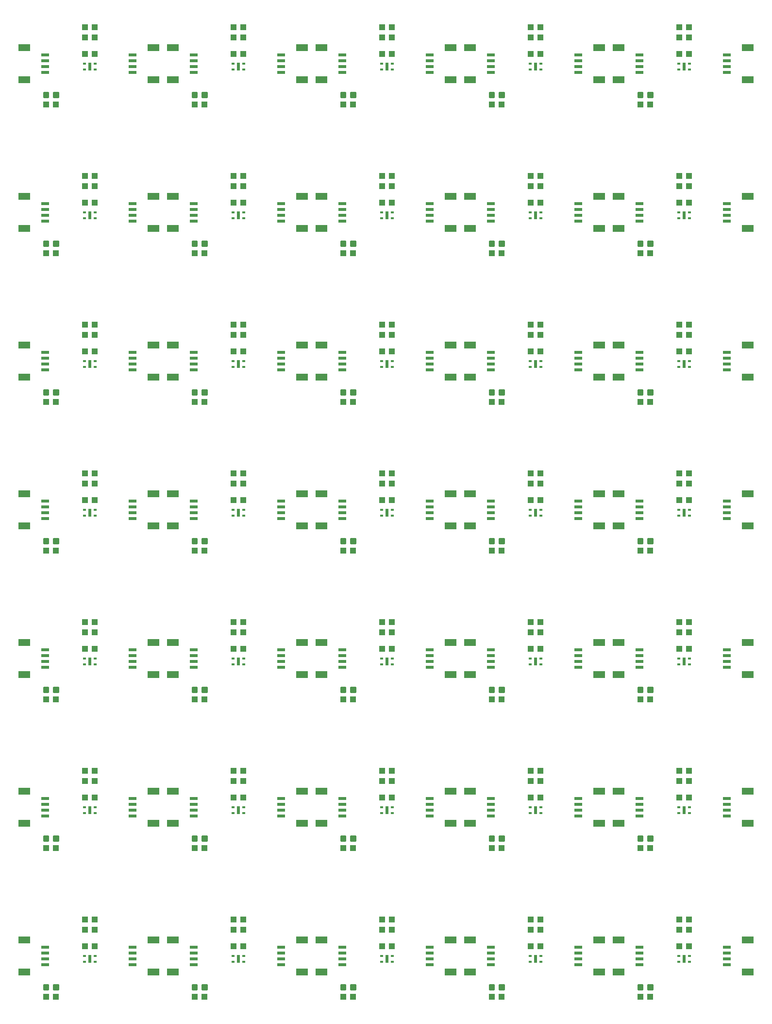
<source format=gtp>
G04 EAGLE Gerber RS-274X export*
G75*
%MOMM*%
%FSLAX34Y34*%
%LPD*%
%INSolderpaste Top*%
%IPPOS*%
%AMOC8*
5,1,8,0,0,1.08239X$1,22.5*%
G01*
%ADD10R,2.000000X1.200000*%
%ADD11R,1.350000X0.600000*%
%ADD12R,1.100000X1.000000*%
%ADD13C,0.300000*%
%ADD14R,0.500000X1.400000*%
%ADD15R,0.550000X0.350000*%


D10*
X14050Y155000D03*
X14050Y99000D03*
D11*
X50800Y142000D03*
X50800Y132000D03*
X50800Y122000D03*
X50800Y112000D03*
D10*
X239950Y99000D03*
X239950Y155000D03*
D11*
X203200Y112000D03*
X203200Y122000D03*
X203200Y132000D03*
X203200Y142000D03*
D12*
X52460Y55880D03*
X69460Y55880D03*
D13*
X66230Y68890D02*
X66230Y75890D01*
X73230Y75890D01*
X73230Y68890D01*
X66230Y68890D01*
X66230Y71740D02*
X73230Y71740D01*
X73230Y74590D02*
X66230Y74590D01*
X48690Y75890D02*
X48690Y68890D01*
X48690Y75890D02*
X55690Y75890D01*
X55690Y68890D01*
X48690Y68890D01*
X48690Y71740D02*
X55690Y71740D01*
X55690Y74590D02*
X48690Y74590D01*
D14*
X128270Y121920D03*
D15*
X119020Y126920D03*
X119020Y116920D03*
X137520Y116920D03*
X137520Y126920D03*
D12*
X136770Y172720D03*
X119770Y172720D03*
X136770Y190500D03*
X119770Y190500D03*
X119770Y143510D03*
X136770Y143510D03*
D10*
X273130Y155000D03*
X273130Y99000D03*
D11*
X309880Y142000D03*
X309880Y132000D03*
X309880Y122000D03*
X309880Y112000D03*
D10*
X499030Y99000D03*
X499030Y155000D03*
D11*
X462280Y112000D03*
X462280Y122000D03*
X462280Y132000D03*
X462280Y142000D03*
D12*
X311540Y55880D03*
X328540Y55880D03*
D13*
X325310Y68890D02*
X325310Y75890D01*
X332310Y75890D01*
X332310Y68890D01*
X325310Y68890D01*
X325310Y71740D02*
X332310Y71740D01*
X332310Y74590D02*
X325310Y74590D01*
X307770Y75890D02*
X307770Y68890D01*
X307770Y75890D02*
X314770Y75890D01*
X314770Y68890D01*
X307770Y68890D01*
X307770Y71740D02*
X314770Y71740D01*
X314770Y74590D02*
X307770Y74590D01*
D14*
X387350Y121920D03*
D15*
X378100Y126920D03*
X378100Y116920D03*
X396600Y116920D03*
X396600Y126920D03*
D12*
X395850Y172720D03*
X378850Y172720D03*
X395850Y190500D03*
X378850Y190500D03*
X378850Y143510D03*
X395850Y143510D03*
D10*
X532210Y155000D03*
X532210Y99000D03*
D11*
X568960Y142000D03*
X568960Y132000D03*
X568960Y122000D03*
X568960Y112000D03*
D10*
X758110Y99000D03*
X758110Y155000D03*
D11*
X721360Y112000D03*
X721360Y122000D03*
X721360Y132000D03*
X721360Y142000D03*
D12*
X570620Y55880D03*
X587620Y55880D03*
D13*
X584390Y68890D02*
X584390Y75890D01*
X591390Y75890D01*
X591390Y68890D01*
X584390Y68890D01*
X584390Y71740D02*
X591390Y71740D01*
X591390Y74590D02*
X584390Y74590D01*
X566850Y75890D02*
X566850Y68890D01*
X566850Y75890D02*
X573850Y75890D01*
X573850Y68890D01*
X566850Y68890D01*
X566850Y71740D02*
X573850Y71740D01*
X573850Y74590D02*
X566850Y74590D01*
D14*
X646430Y121920D03*
D15*
X637180Y126920D03*
X637180Y116920D03*
X655680Y116920D03*
X655680Y126920D03*
D12*
X654930Y172720D03*
X637930Y172720D03*
X654930Y190500D03*
X637930Y190500D03*
X637930Y143510D03*
X654930Y143510D03*
D10*
X791290Y155000D03*
X791290Y99000D03*
D11*
X828040Y142000D03*
X828040Y132000D03*
X828040Y122000D03*
X828040Y112000D03*
D10*
X1017190Y99000D03*
X1017190Y155000D03*
D11*
X980440Y112000D03*
X980440Y122000D03*
X980440Y132000D03*
X980440Y142000D03*
D12*
X829700Y55880D03*
X846700Y55880D03*
D13*
X843470Y68890D02*
X843470Y75890D01*
X850470Y75890D01*
X850470Y68890D01*
X843470Y68890D01*
X843470Y71740D02*
X850470Y71740D01*
X850470Y74590D02*
X843470Y74590D01*
X825930Y75890D02*
X825930Y68890D01*
X825930Y75890D02*
X832930Y75890D01*
X832930Y68890D01*
X825930Y68890D01*
X825930Y71740D02*
X832930Y71740D01*
X832930Y74590D02*
X825930Y74590D01*
D14*
X905510Y121920D03*
D15*
X896260Y126920D03*
X896260Y116920D03*
X914760Y116920D03*
X914760Y126920D03*
D12*
X914010Y172720D03*
X897010Y172720D03*
X914010Y190500D03*
X897010Y190500D03*
X897010Y143510D03*
X914010Y143510D03*
D10*
X1050370Y155000D03*
X1050370Y99000D03*
D11*
X1087120Y142000D03*
X1087120Y132000D03*
X1087120Y122000D03*
X1087120Y112000D03*
D10*
X1276270Y99000D03*
X1276270Y155000D03*
D11*
X1239520Y112000D03*
X1239520Y122000D03*
X1239520Y132000D03*
X1239520Y142000D03*
D12*
X1088780Y55880D03*
X1105780Y55880D03*
D13*
X1102550Y68890D02*
X1102550Y75890D01*
X1109550Y75890D01*
X1109550Y68890D01*
X1102550Y68890D01*
X1102550Y71740D02*
X1109550Y71740D01*
X1109550Y74590D02*
X1102550Y74590D01*
X1085010Y75890D02*
X1085010Y68890D01*
X1085010Y75890D02*
X1092010Y75890D01*
X1092010Y68890D01*
X1085010Y68890D01*
X1085010Y71740D02*
X1092010Y71740D01*
X1092010Y74590D02*
X1085010Y74590D01*
D14*
X1164590Y121920D03*
D15*
X1155340Y126920D03*
X1155340Y116920D03*
X1173840Y116920D03*
X1173840Y126920D03*
D12*
X1173090Y172720D03*
X1156090Y172720D03*
X1173090Y190500D03*
X1156090Y190500D03*
X1156090Y143510D03*
X1173090Y143510D03*
D10*
X14050Y414080D03*
X14050Y358080D03*
D11*
X50800Y401080D03*
X50800Y391080D03*
X50800Y381080D03*
X50800Y371080D03*
D10*
X239950Y358080D03*
X239950Y414080D03*
D11*
X203200Y371080D03*
X203200Y381080D03*
X203200Y391080D03*
X203200Y401080D03*
D12*
X52460Y314960D03*
X69460Y314960D03*
D13*
X66230Y327970D02*
X66230Y334970D01*
X73230Y334970D01*
X73230Y327970D01*
X66230Y327970D01*
X66230Y330820D02*
X73230Y330820D01*
X73230Y333670D02*
X66230Y333670D01*
X48690Y334970D02*
X48690Y327970D01*
X48690Y334970D02*
X55690Y334970D01*
X55690Y327970D01*
X48690Y327970D01*
X48690Y330820D02*
X55690Y330820D01*
X55690Y333670D02*
X48690Y333670D01*
D14*
X128270Y381000D03*
D15*
X119020Y386000D03*
X119020Y376000D03*
X137520Y376000D03*
X137520Y386000D03*
D12*
X136770Y431800D03*
X119770Y431800D03*
X136770Y449580D03*
X119770Y449580D03*
X119770Y402590D03*
X136770Y402590D03*
D10*
X273130Y414080D03*
X273130Y358080D03*
D11*
X309880Y401080D03*
X309880Y391080D03*
X309880Y381080D03*
X309880Y371080D03*
D10*
X499030Y358080D03*
X499030Y414080D03*
D11*
X462280Y371080D03*
X462280Y381080D03*
X462280Y391080D03*
X462280Y401080D03*
D12*
X311540Y314960D03*
X328540Y314960D03*
D13*
X325310Y327970D02*
X325310Y334970D01*
X332310Y334970D01*
X332310Y327970D01*
X325310Y327970D01*
X325310Y330820D02*
X332310Y330820D01*
X332310Y333670D02*
X325310Y333670D01*
X307770Y334970D02*
X307770Y327970D01*
X307770Y334970D02*
X314770Y334970D01*
X314770Y327970D01*
X307770Y327970D01*
X307770Y330820D02*
X314770Y330820D01*
X314770Y333670D02*
X307770Y333670D01*
D14*
X387350Y381000D03*
D15*
X378100Y386000D03*
X378100Y376000D03*
X396600Y376000D03*
X396600Y386000D03*
D12*
X395850Y431800D03*
X378850Y431800D03*
X395850Y449580D03*
X378850Y449580D03*
X378850Y402590D03*
X395850Y402590D03*
D10*
X532210Y414080D03*
X532210Y358080D03*
D11*
X568960Y401080D03*
X568960Y391080D03*
X568960Y381080D03*
X568960Y371080D03*
D10*
X758110Y358080D03*
X758110Y414080D03*
D11*
X721360Y371080D03*
X721360Y381080D03*
X721360Y391080D03*
X721360Y401080D03*
D12*
X570620Y314960D03*
X587620Y314960D03*
D13*
X584390Y327970D02*
X584390Y334970D01*
X591390Y334970D01*
X591390Y327970D01*
X584390Y327970D01*
X584390Y330820D02*
X591390Y330820D01*
X591390Y333670D02*
X584390Y333670D01*
X566850Y334970D02*
X566850Y327970D01*
X566850Y334970D02*
X573850Y334970D01*
X573850Y327970D01*
X566850Y327970D01*
X566850Y330820D02*
X573850Y330820D01*
X573850Y333670D02*
X566850Y333670D01*
D14*
X646430Y381000D03*
D15*
X637180Y386000D03*
X637180Y376000D03*
X655680Y376000D03*
X655680Y386000D03*
D12*
X654930Y431800D03*
X637930Y431800D03*
X654930Y449580D03*
X637930Y449580D03*
X637930Y402590D03*
X654930Y402590D03*
D10*
X791290Y414080D03*
X791290Y358080D03*
D11*
X828040Y401080D03*
X828040Y391080D03*
X828040Y381080D03*
X828040Y371080D03*
D10*
X1017190Y358080D03*
X1017190Y414080D03*
D11*
X980440Y371080D03*
X980440Y381080D03*
X980440Y391080D03*
X980440Y401080D03*
D12*
X829700Y314960D03*
X846700Y314960D03*
D13*
X843470Y327970D02*
X843470Y334970D01*
X850470Y334970D01*
X850470Y327970D01*
X843470Y327970D01*
X843470Y330820D02*
X850470Y330820D01*
X850470Y333670D02*
X843470Y333670D01*
X825930Y334970D02*
X825930Y327970D01*
X825930Y334970D02*
X832930Y334970D01*
X832930Y327970D01*
X825930Y327970D01*
X825930Y330820D02*
X832930Y330820D01*
X832930Y333670D02*
X825930Y333670D01*
D14*
X905510Y381000D03*
D15*
X896260Y386000D03*
X896260Y376000D03*
X914760Y376000D03*
X914760Y386000D03*
D12*
X914010Y431800D03*
X897010Y431800D03*
X914010Y449580D03*
X897010Y449580D03*
X897010Y402590D03*
X914010Y402590D03*
D10*
X1050370Y414080D03*
X1050370Y358080D03*
D11*
X1087120Y401080D03*
X1087120Y391080D03*
X1087120Y381080D03*
X1087120Y371080D03*
D10*
X1276270Y358080D03*
X1276270Y414080D03*
D11*
X1239520Y371080D03*
X1239520Y381080D03*
X1239520Y391080D03*
X1239520Y401080D03*
D12*
X1088780Y314960D03*
X1105780Y314960D03*
D13*
X1102550Y327970D02*
X1102550Y334970D01*
X1109550Y334970D01*
X1109550Y327970D01*
X1102550Y327970D01*
X1102550Y330820D02*
X1109550Y330820D01*
X1109550Y333670D02*
X1102550Y333670D01*
X1085010Y334970D02*
X1085010Y327970D01*
X1085010Y334970D02*
X1092010Y334970D01*
X1092010Y327970D01*
X1085010Y327970D01*
X1085010Y330820D02*
X1092010Y330820D01*
X1092010Y333670D02*
X1085010Y333670D01*
D14*
X1164590Y381000D03*
D15*
X1155340Y386000D03*
X1155340Y376000D03*
X1173840Y376000D03*
X1173840Y386000D03*
D12*
X1173090Y431800D03*
X1156090Y431800D03*
X1173090Y449580D03*
X1156090Y449580D03*
X1156090Y402590D03*
X1173090Y402590D03*
D10*
X14050Y673160D03*
X14050Y617160D03*
D11*
X50800Y660160D03*
X50800Y650160D03*
X50800Y640160D03*
X50800Y630160D03*
D10*
X239950Y617160D03*
X239950Y673160D03*
D11*
X203200Y630160D03*
X203200Y640160D03*
X203200Y650160D03*
X203200Y660160D03*
D12*
X52460Y574040D03*
X69460Y574040D03*
D13*
X66230Y587050D02*
X66230Y594050D01*
X73230Y594050D01*
X73230Y587050D01*
X66230Y587050D01*
X66230Y589900D02*
X73230Y589900D01*
X73230Y592750D02*
X66230Y592750D01*
X48690Y594050D02*
X48690Y587050D01*
X48690Y594050D02*
X55690Y594050D01*
X55690Y587050D01*
X48690Y587050D01*
X48690Y589900D02*
X55690Y589900D01*
X55690Y592750D02*
X48690Y592750D01*
D14*
X128270Y640080D03*
D15*
X119020Y645080D03*
X119020Y635080D03*
X137520Y635080D03*
X137520Y645080D03*
D12*
X136770Y690880D03*
X119770Y690880D03*
X136770Y708660D03*
X119770Y708660D03*
X119770Y661670D03*
X136770Y661670D03*
D10*
X273130Y673160D03*
X273130Y617160D03*
D11*
X309880Y660160D03*
X309880Y650160D03*
X309880Y640160D03*
X309880Y630160D03*
D10*
X499030Y617160D03*
X499030Y673160D03*
D11*
X462280Y630160D03*
X462280Y640160D03*
X462280Y650160D03*
X462280Y660160D03*
D12*
X311540Y574040D03*
X328540Y574040D03*
D13*
X325310Y587050D02*
X325310Y594050D01*
X332310Y594050D01*
X332310Y587050D01*
X325310Y587050D01*
X325310Y589900D02*
X332310Y589900D01*
X332310Y592750D02*
X325310Y592750D01*
X307770Y594050D02*
X307770Y587050D01*
X307770Y594050D02*
X314770Y594050D01*
X314770Y587050D01*
X307770Y587050D01*
X307770Y589900D02*
X314770Y589900D01*
X314770Y592750D02*
X307770Y592750D01*
D14*
X387350Y640080D03*
D15*
X378100Y645080D03*
X378100Y635080D03*
X396600Y635080D03*
X396600Y645080D03*
D12*
X395850Y690880D03*
X378850Y690880D03*
X395850Y708660D03*
X378850Y708660D03*
X378850Y661670D03*
X395850Y661670D03*
D10*
X532210Y673160D03*
X532210Y617160D03*
D11*
X568960Y660160D03*
X568960Y650160D03*
X568960Y640160D03*
X568960Y630160D03*
D10*
X758110Y617160D03*
X758110Y673160D03*
D11*
X721360Y630160D03*
X721360Y640160D03*
X721360Y650160D03*
X721360Y660160D03*
D12*
X570620Y574040D03*
X587620Y574040D03*
D13*
X584390Y587050D02*
X584390Y594050D01*
X591390Y594050D01*
X591390Y587050D01*
X584390Y587050D01*
X584390Y589900D02*
X591390Y589900D01*
X591390Y592750D02*
X584390Y592750D01*
X566850Y594050D02*
X566850Y587050D01*
X566850Y594050D02*
X573850Y594050D01*
X573850Y587050D01*
X566850Y587050D01*
X566850Y589900D02*
X573850Y589900D01*
X573850Y592750D02*
X566850Y592750D01*
D14*
X646430Y640080D03*
D15*
X637180Y645080D03*
X637180Y635080D03*
X655680Y635080D03*
X655680Y645080D03*
D12*
X654930Y690880D03*
X637930Y690880D03*
X654930Y708660D03*
X637930Y708660D03*
X637930Y661670D03*
X654930Y661670D03*
D10*
X791290Y673160D03*
X791290Y617160D03*
D11*
X828040Y660160D03*
X828040Y650160D03*
X828040Y640160D03*
X828040Y630160D03*
D10*
X1017190Y617160D03*
X1017190Y673160D03*
D11*
X980440Y630160D03*
X980440Y640160D03*
X980440Y650160D03*
X980440Y660160D03*
D12*
X829700Y574040D03*
X846700Y574040D03*
D13*
X843470Y587050D02*
X843470Y594050D01*
X850470Y594050D01*
X850470Y587050D01*
X843470Y587050D01*
X843470Y589900D02*
X850470Y589900D01*
X850470Y592750D02*
X843470Y592750D01*
X825930Y594050D02*
X825930Y587050D01*
X825930Y594050D02*
X832930Y594050D01*
X832930Y587050D01*
X825930Y587050D01*
X825930Y589900D02*
X832930Y589900D01*
X832930Y592750D02*
X825930Y592750D01*
D14*
X905510Y640080D03*
D15*
X896260Y645080D03*
X896260Y635080D03*
X914760Y635080D03*
X914760Y645080D03*
D12*
X914010Y690880D03*
X897010Y690880D03*
X914010Y708660D03*
X897010Y708660D03*
X897010Y661670D03*
X914010Y661670D03*
D10*
X1050370Y673160D03*
X1050370Y617160D03*
D11*
X1087120Y660160D03*
X1087120Y650160D03*
X1087120Y640160D03*
X1087120Y630160D03*
D10*
X1276270Y617160D03*
X1276270Y673160D03*
D11*
X1239520Y630160D03*
X1239520Y640160D03*
X1239520Y650160D03*
X1239520Y660160D03*
D12*
X1088780Y574040D03*
X1105780Y574040D03*
D13*
X1102550Y587050D02*
X1102550Y594050D01*
X1109550Y594050D01*
X1109550Y587050D01*
X1102550Y587050D01*
X1102550Y589900D02*
X1109550Y589900D01*
X1109550Y592750D02*
X1102550Y592750D01*
X1085010Y594050D02*
X1085010Y587050D01*
X1085010Y594050D02*
X1092010Y594050D01*
X1092010Y587050D01*
X1085010Y587050D01*
X1085010Y589900D02*
X1092010Y589900D01*
X1092010Y592750D02*
X1085010Y592750D01*
D14*
X1164590Y640080D03*
D15*
X1155340Y645080D03*
X1155340Y635080D03*
X1173840Y635080D03*
X1173840Y645080D03*
D12*
X1173090Y690880D03*
X1156090Y690880D03*
X1173090Y708660D03*
X1156090Y708660D03*
X1156090Y661670D03*
X1173090Y661670D03*
D10*
X14050Y932240D03*
X14050Y876240D03*
D11*
X50800Y919240D03*
X50800Y909240D03*
X50800Y899240D03*
X50800Y889240D03*
D10*
X239950Y876240D03*
X239950Y932240D03*
D11*
X203200Y889240D03*
X203200Y899240D03*
X203200Y909240D03*
X203200Y919240D03*
D12*
X52460Y833120D03*
X69460Y833120D03*
D13*
X66230Y846130D02*
X66230Y853130D01*
X73230Y853130D01*
X73230Y846130D01*
X66230Y846130D01*
X66230Y848980D02*
X73230Y848980D01*
X73230Y851830D02*
X66230Y851830D01*
X48690Y853130D02*
X48690Y846130D01*
X48690Y853130D02*
X55690Y853130D01*
X55690Y846130D01*
X48690Y846130D01*
X48690Y848980D02*
X55690Y848980D01*
X55690Y851830D02*
X48690Y851830D01*
D14*
X128270Y899160D03*
D15*
X119020Y904160D03*
X119020Y894160D03*
X137520Y894160D03*
X137520Y904160D03*
D12*
X136770Y949960D03*
X119770Y949960D03*
X136770Y967740D03*
X119770Y967740D03*
X119770Y920750D03*
X136770Y920750D03*
D10*
X273130Y932240D03*
X273130Y876240D03*
D11*
X309880Y919240D03*
X309880Y909240D03*
X309880Y899240D03*
X309880Y889240D03*
D10*
X499030Y876240D03*
X499030Y932240D03*
D11*
X462280Y889240D03*
X462280Y899240D03*
X462280Y909240D03*
X462280Y919240D03*
D12*
X311540Y833120D03*
X328540Y833120D03*
D13*
X325310Y846130D02*
X325310Y853130D01*
X332310Y853130D01*
X332310Y846130D01*
X325310Y846130D01*
X325310Y848980D02*
X332310Y848980D01*
X332310Y851830D02*
X325310Y851830D01*
X307770Y853130D02*
X307770Y846130D01*
X307770Y853130D02*
X314770Y853130D01*
X314770Y846130D01*
X307770Y846130D01*
X307770Y848980D02*
X314770Y848980D01*
X314770Y851830D02*
X307770Y851830D01*
D14*
X387350Y899160D03*
D15*
X378100Y904160D03*
X378100Y894160D03*
X396600Y894160D03*
X396600Y904160D03*
D12*
X395850Y949960D03*
X378850Y949960D03*
X395850Y967740D03*
X378850Y967740D03*
X378850Y920750D03*
X395850Y920750D03*
D10*
X532210Y932240D03*
X532210Y876240D03*
D11*
X568960Y919240D03*
X568960Y909240D03*
X568960Y899240D03*
X568960Y889240D03*
D10*
X758110Y876240D03*
X758110Y932240D03*
D11*
X721360Y889240D03*
X721360Y899240D03*
X721360Y909240D03*
X721360Y919240D03*
D12*
X570620Y833120D03*
X587620Y833120D03*
D13*
X584390Y846130D02*
X584390Y853130D01*
X591390Y853130D01*
X591390Y846130D01*
X584390Y846130D01*
X584390Y848980D02*
X591390Y848980D01*
X591390Y851830D02*
X584390Y851830D01*
X566850Y853130D02*
X566850Y846130D01*
X566850Y853130D02*
X573850Y853130D01*
X573850Y846130D01*
X566850Y846130D01*
X566850Y848980D02*
X573850Y848980D01*
X573850Y851830D02*
X566850Y851830D01*
D14*
X646430Y899160D03*
D15*
X637180Y904160D03*
X637180Y894160D03*
X655680Y894160D03*
X655680Y904160D03*
D12*
X654930Y949960D03*
X637930Y949960D03*
X654930Y967740D03*
X637930Y967740D03*
X637930Y920750D03*
X654930Y920750D03*
D10*
X791290Y932240D03*
X791290Y876240D03*
D11*
X828040Y919240D03*
X828040Y909240D03*
X828040Y899240D03*
X828040Y889240D03*
D10*
X1017190Y876240D03*
X1017190Y932240D03*
D11*
X980440Y889240D03*
X980440Y899240D03*
X980440Y909240D03*
X980440Y919240D03*
D12*
X829700Y833120D03*
X846700Y833120D03*
D13*
X843470Y846130D02*
X843470Y853130D01*
X850470Y853130D01*
X850470Y846130D01*
X843470Y846130D01*
X843470Y848980D02*
X850470Y848980D01*
X850470Y851830D02*
X843470Y851830D01*
X825930Y853130D02*
X825930Y846130D01*
X825930Y853130D02*
X832930Y853130D01*
X832930Y846130D01*
X825930Y846130D01*
X825930Y848980D02*
X832930Y848980D01*
X832930Y851830D02*
X825930Y851830D01*
D14*
X905510Y899160D03*
D15*
X896260Y904160D03*
X896260Y894160D03*
X914760Y894160D03*
X914760Y904160D03*
D12*
X914010Y949960D03*
X897010Y949960D03*
X914010Y967740D03*
X897010Y967740D03*
X897010Y920750D03*
X914010Y920750D03*
D10*
X1050370Y932240D03*
X1050370Y876240D03*
D11*
X1087120Y919240D03*
X1087120Y909240D03*
X1087120Y899240D03*
X1087120Y889240D03*
D10*
X1276270Y876240D03*
X1276270Y932240D03*
D11*
X1239520Y889240D03*
X1239520Y899240D03*
X1239520Y909240D03*
X1239520Y919240D03*
D12*
X1088780Y833120D03*
X1105780Y833120D03*
D13*
X1102550Y846130D02*
X1102550Y853130D01*
X1109550Y853130D01*
X1109550Y846130D01*
X1102550Y846130D01*
X1102550Y848980D02*
X1109550Y848980D01*
X1109550Y851830D02*
X1102550Y851830D01*
X1085010Y853130D02*
X1085010Y846130D01*
X1085010Y853130D02*
X1092010Y853130D01*
X1092010Y846130D01*
X1085010Y846130D01*
X1085010Y848980D02*
X1092010Y848980D01*
X1092010Y851830D02*
X1085010Y851830D01*
D14*
X1164590Y899160D03*
D15*
X1155340Y904160D03*
X1155340Y894160D03*
X1173840Y894160D03*
X1173840Y904160D03*
D12*
X1173090Y949960D03*
X1156090Y949960D03*
X1173090Y967740D03*
X1156090Y967740D03*
X1156090Y920750D03*
X1173090Y920750D03*
D10*
X14050Y1191320D03*
X14050Y1135320D03*
D11*
X50800Y1178320D03*
X50800Y1168320D03*
X50800Y1158320D03*
X50800Y1148320D03*
D10*
X239950Y1135320D03*
X239950Y1191320D03*
D11*
X203200Y1148320D03*
X203200Y1158320D03*
X203200Y1168320D03*
X203200Y1178320D03*
D12*
X52460Y1092200D03*
X69460Y1092200D03*
D13*
X66230Y1105210D02*
X66230Y1112210D01*
X73230Y1112210D01*
X73230Y1105210D01*
X66230Y1105210D01*
X66230Y1108060D02*
X73230Y1108060D01*
X73230Y1110910D02*
X66230Y1110910D01*
X48690Y1112210D02*
X48690Y1105210D01*
X48690Y1112210D02*
X55690Y1112210D01*
X55690Y1105210D01*
X48690Y1105210D01*
X48690Y1108060D02*
X55690Y1108060D01*
X55690Y1110910D02*
X48690Y1110910D01*
D14*
X128270Y1158240D03*
D15*
X119020Y1163240D03*
X119020Y1153240D03*
X137520Y1153240D03*
X137520Y1163240D03*
D12*
X136770Y1209040D03*
X119770Y1209040D03*
X136770Y1226820D03*
X119770Y1226820D03*
X119770Y1179830D03*
X136770Y1179830D03*
D10*
X273130Y1191320D03*
X273130Y1135320D03*
D11*
X309880Y1178320D03*
X309880Y1168320D03*
X309880Y1158320D03*
X309880Y1148320D03*
D10*
X499030Y1135320D03*
X499030Y1191320D03*
D11*
X462280Y1148320D03*
X462280Y1158320D03*
X462280Y1168320D03*
X462280Y1178320D03*
D12*
X311540Y1092200D03*
X328540Y1092200D03*
D13*
X325310Y1105210D02*
X325310Y1112210D01*
X332310Y1112210D01*
X332310Y1105210D01*
X325310Y1105210D01*
X325310Y1108060D02*
X332310Y1108060D01*
X332310Y1110910D02*
X325310Y1110910D01*
X307770Y1112210D02*
X307770Y1105210D01*
X307770Y1112210D02*
X314770Y1112210D01*
X314770Y1105210D01*
X307770Y1105210D01*
X307770Y1108060D02*
X314770Y1108060D01*
X314770Y1110910D02*
X307770Y1110910D01*
D14*
X387350Y1158240D03*
D15*
X378100Y1163240D03*
X378100Y1153240D03*
X396600Y1153240D03*
X396600Y1163240D03*
D12*
X395850Y1209040D03*
X378850Y1209040D03*
X395850Y1226820D03*
X378850Y1226820D03*
X378850Y1179830D03*
X395850Y1179830D03*
D10*
X532210Y1191320D03*
X532210Y1135320D03*
D11*
X568960Y1178320D03*
X568960Y1168320D03*
X568960Y1158320D03*
X568960Y1148320D03*
D10*
X758110Y1135320D03*
X758110Y1191320D03*
D11*
X721360Y1148320D03*
X721360Y1158320D03*
X721360Y1168320D03*
X721360Y1178320D03*
D12*
X570620Y1092200D03*
X587620Y1092200D03*
D13*
X584390Y1105210D02*
X584390Y1112210D01*
X591390Y1112210D01*
X591390Y1105210D01*
X584390Y1105210D01*
X584390Y1108060D02*
X591390Y1108060D01*
X591390Y1110910D02*
X584390Y1110910D01*
X566850Y1112210D02*
X566850Y1105210D01*
X566850Y1112210D02*
X573850Y1112210D01*
X573850Y1105210D01*
X566850Y1105210D01*
X566850Y1108060D02*
X573850Y1108060D01*
X573850Y1110910D02*
X566850Y1110910D01*
D14*
X646430Y1158240D03*
D15*
X637180Y1163240D03*
X637180Y1153240D03*
X655680Y1153240D03*
X655680Y1163240D03*
D12*
X654930Y1209040D03*
X637930Y1209040D03*
X654930Y1226820D03*
X637930Y1226820D03*
X637930Y1179830D03*
X654930Y1179830D03*
D10*
X791290Y1191320D03*
X791290Y1135320D03*
D11*
X828040Y1178320D03*
X828040Y1168320D03*
X828040Y1158320D03*
X828040Y1148320D03*
D10*
X1017190Y1135320D03*
X1017190Y1191320D03*
D11*
X980440Y1148320D03*
X980440Y1158320D03*
X980440Y1168320D03*
X980440Y1178320D03*
D12*
X829700Y1092200D03*
X846700Y1092200D03*
D13*
X843470Y1105210D02*
X843470Y1112210D01*
X850470Y1112210D01*
X850470Y1105210D01*
X843470Y1105210D01*
X843470Y1108060D02*
X850470Y1108060D01*
X850470Y1110910D02*
X843470Y1110910D01*
X825930Y1112210D02*
X825930Y1105210D01*
X825930Y1112210D02*
X832930Y1112210D01*
X832930Y1105210D01*
X825930Y1105210D01*
X825930Y1108060D02*
X832930Y1108060D01*
X832930Y1110910D02*
X825930Y1110910D01*
D14*
X905510Y1158240D03*
D15*
X896260Y1163240D03*
X896260Y1153240D03*
X914760Y1153240D03*
X914760Y1163240D03*
D12*
X914010Y1209040D03*
X897010Y1209040D03*
X914010Y1226820D03*
X897010Y1226820D03*
X897010Y1179830D03*
X914010Y1179830D03*
D10*
X1050370Y1191320D03*
X1050370Y1135320D03*
D11*
X1087120Y1178320D03*
X1087120Y1168320D03*
X1087120Y1158320D03*
X1087120Y1148320D03*
D10*
X1276270Y1135320D03*
X1276270Y1191320D03*
D11*
X1239520Y1148320D03*
X1239520Y1158320D03*
X1239520Y1168320D03*
X1239520Y1178320D03*
D12*
X1088780Y1092200D03*
X1105780Y1092200D03*
D13*
X1102550Y1105210D02*
X1102550Y1112210D01*
X1109550Y1112210D01*
X1109550Y1105210D01*
X1102550Y1105210D01*
X1102550Y1108060D02*
X1109550Y1108060D01*
X1109550Y1110910D02*
X1102550Y1110910D01*
X1085010Y1112210D02*
X1085010Y1105210D01*
X1085010Y1112210D02*
X1092010Y1112210D01*
X1092010Y1105210D01*
X1085010Y1105210D01*
X1085010Y1108060D02*
X1092010Y1108060D01*
X1092010Y1110910D02*
X1085010Y1110910D01*
D14*
X1164590Y1158240D03*
D15*
X1155340Y1163240D03*
X1155340Y1153240D03*
X1173840Y1153240D03*
X1173840Y1163240D03*
D12*
X1173090Y1209040D03*
X1156090Y1209040D03*
X1173090Y1226820D03*
X1156090Y1226820D03*
X1156090Y1179830D03*
X1173090Y1179830D03*
D10*
X14050Y1450400D03*
X14050Y1394400D03*
D11*
X50800Y1437400D03*
X50800Y1427400D03*
X50800Y1417400D03*
X50800Y1407400D03*
D10*
X239950Y1394400D03*
X239950Y1450400D03*
D11*
X203200Y1407400D03*
X203200Y1417400D03*
X203200Y1427400D03*
X203200Y1437400D03*
D12*
X52460Y1351280D03*
X69460Y1351280D03*
D13*
X66230Y1364290D02*
X66230Y1371290D01*
X73230Y1371290D01*
X73230Y1364290D01*
X66230Y1364290D01*
X66230Y1367140D02*
X73230Y1367140D01*
X73230Y1369990D02*
X66230Y1369990D01*
X48690Y1371290D02*
X48690Y1364290D01*
X48690Y1371290D02*
X55690Y1371290D01*
X55690Y1364290D01*
X48690Y1364290D01*
X48690Y1367140D02*
X55690Y1367140D01*
X55690Y1369990D02*
X48690Y1369990D01*
D14*
X128270Y1417320D03*
D15*
X119020Y1422320D03*
X119020Y1412320D03*
X137520Y1412320D03*
X137520Y1422320D03*
D12*
X136770Y1468120D03*
X119770Y1468120D03*
X136770Y1485900D03*
X119770Y1485900D03*
X119770Y1438910D03*
X136770Y1438910D03*
D10*
X273130Y1450400D03*
X273130Y1394400D03*
D11*
X309880Y1437400D03*
X309880Y1427400D03*
X309880Y1417400D03*
X309880Y1407400D03*
D10*
X499030Y1394400D03*
X499030Y1450400D03*
D11*
X462280Y1407400D03*
X462280Y1417400D03*
X462280Y1427400D03*
X462280Y1437400D03*
D12*
X311540Y1351280D03*
X328540Y1351280D03*
D13*
X325310Y1364290D02*
X325310Y1371290D01*
X332310Y1371290D01*
X332310Y1364290D01*
X325310Y1364290D01*
X325310Y1367140D02*
X332310Y1367140D01*
X332310Y1369990D02*
X325310Y1369990D01*
X307770Y1371290D02*
X307770Y1364290D01*
X307770Y1371290D02*
X314770Y1371290D01*
X314770Y1364290D01*
X307770Y1364290D01*
X307770Y1367140D02*
X314770Y1367140D01*
X314770Y1369990D02*
X307770Y1369990D01*
D14*
X387350Y1417320D03*
D15*
X378100Y1422320D03*
X378100Y1412320D03*
X396600Y1412320D03*
X396600Y1422320D03*
D12*
X395850Y1468120D03*
X378850Y1468120D03*
X395850Y1485900D03*
X378850Y1485900D03*
X378850Y1438910D03*
X395850Y1438910D03*
D10*
X532210Y1450400D03*
X532210Y1394400D03*
D11*
X568960Y1437400D03*
X568960Y1427400D03*
X568960Y1417400D03*
X568960Y1407400D03*
D10*
X758110Y1394400D03*
X758110Y1450400D03*
D11*
X721360Y1407400D03*
X721360Y1417400D03*
X721360Y1427400D03*
X721360Y1437400D03*
D12*
X570620Y1351280D03*
X587620Y1351280D03*
D13*
X584390Y1364290D02*
X584390Y1371290D01*
X591390Y1371290D01*
X591390Y1364290D01*
X584390Y1364290D01*
X584390Y1367140D02*
X591390Y1367140D01*
X591390Y1369990D02*
X584390Y1369990D01*
X566850Y1371290D02*
X566850Y1364290D01*
X566850Y1371290D02*
X573850Y1371290D01*
X573850Y1364290D01*
X566850Y1364290D01*
X566850Y1367140D02*
X573850Y1367140D01*
X573850Y1369990D02*
X566850Y1369990D01*
D14*
X646430Y1417320D03*
D15*
X637180Y1422320D03*
X637180Y1412320D03*
X655680Y1412320D03*
X655680Y1422320D03*
D12*
X654930Y1468120D03*
X637930Y1468120D03*
X654930Y1485900D03*
X637930Y1485900D03*
X637930Y1438910D03*
X654930Y1438910D03*
D10*
X791290Y1450400D03*
X791290Y1394400D03*
D11*
X828040Y1437400D03*
X828040Y1427400D03*
X828040Y1417400D03*
X828040Y1407400D03*
D10*
X1017190Y1394400D03*
X1017190Y1450400D03*
D11*
X980440Y1407400D03*
X980440Y1417400D03*
X980440Y1427400D03*
X980440Y1437400D03*
D12*
X829700Y1351280D03*
X846700Y1351280D03*
D13*
X843470Y1364290D02*
X843470Y1371290D01*
X850470Y1371290D01*
X850470Y1364290D01*
X843470Y1364290D01*
X843470Y1367140D02*
X850470Y1367140D01*
X850470Y1369990D02*
X843470Y1369990D01*
X825930Y1371290D02*
X825930Y1364290D01*
X825930Y1371290D02*
X832930Y1371290D01*
X832930Y1364290D01*
X825930Y1364290D01*
X825930Y1367140D02*
X832930Y1367140D01*
X832930Y1369990D02*
X825930Y1369990D01*
D14*
X905510Y1417320D03*
D15*
X896260Y1422320D03*
X896260Y1412320D03*
X914760Y1412320D03*
X914760Y1422320D03*
D12*
X914010Y1468120D03*
X897010Y1468120D03*
X914010Y1485900D03*
X897010Y1485900D03*
X897010Y1438910D03*
X914010Y1438910D03*
D10*
X1050370Y1450400D03*
X1050370Y1394400D03*
D11*
X1087120Y1437400D03*
X1087120Y1427400D03*
X1087120Y1417400D03*
X1087120Y1407400D03*
D10*
X1276270Y1394400D03*
X1276270Y1450400D03*
D11*
X1239520Y1407400D03*
X1239520Y1417400D03*
X1239520Y1427400D03*
X1239520Y1437400D03*
D12*
X1088780Y1351280D03*
X1105780Y1351280D03*
D13*
X1102550Y1364290D02*
X1102550Y1371290D01*
X1109550Y1371290D01*
X1109550Y1364290D01*
X1102550Y1364290D01*
X1102550Y1367140D02*
X1109550Y1367140D01*
X1109550Y1369990D02*
X1102550Y1369990D01*
X1085010Y1371290D02*
X1085010Y1364290D01*
X1085010Y1371290D02*
X1092010Y1371290D01*
X1092010Y1364290D01*
X1085010Y1364290D01*
X1085010Y1367140D02*
X1092010Y1367140D01*
X1092010Y1369990D02*
X1085010Y1369990D01*
D14*
X1164590Y1417320D03*
D15*
X1155340Y1422320D03*
X1155340Y1412320D03*
X1173840Y1412320D03*
X1173840Y1422320D03*
D12*
X1173090Y1468120D03*
X1156090Y1468120D03*
X1173090Y1485900D03*
X1156090Y1485900D03*
X1156090Y1438910D03*
X1173090Y1438910D03*
D10*
X14050Y1709480D03*
X14050Y1653480D03*
D11*
X50800Y1696480D03*
X50800Y1686480D03*
X50800Y1676480D03*
X50800Y1666480D03*
D10*
X239950Y1653480D03*
X239950Y1709480D03*
D11*
X203200Y1666480D03*
X203200Y1676480D03*
X203200Y1686480D03*
X203200Y1696480D03*
D12*
X52460Y1610360D03*
X69460Y1610360D03*
D13*
X66230Y1623370D02*
X66230Y1630370D01*
X73230Y1630370D01*
X73230Y1623370D01*
X66230Y1623370D01*
X66230Y1626220D02*
X73230Y1626220D01*
X73230Y1629070D02*
X66230Y1629070D01*
X48690Y1630370D02*
X48690Y1623370D01*
X48690Y1630370D02*
X55690Y1630370D01*
X55690Y1623370D01*
X48690Y1623370D01*
X48690Y1626220D02*
X55690Y1626220D01*
X55690Y1629070D02*
X48690Y1629070D01*
D14*
X128270Y1676400D03*
D15*
X119020Y1681400D03*
X119020Y1671400D03*
X137520Y1671400D03*
X137520Y1681400D03*
D12*
X136770Y1727200D03*
X119770Y1727200D03*
X136770Y1744980D03*
X119770Y1744980D03*
X119770Y1697990D03*
X136770Y1697990D03*
D10*
X273130Y1709480D03*
X273130Y1653480D03*
D11*
X309880Y1696480D03*
X309880Y1686480D03*
X309880Y1676480D03*
X309880Y1666480D03*
D10*
X499030Y1653480D03*
X499030Y1709480D03*
D11*
X462280Y1666480D03*
X462280Y1676480D03*
X462280Y1686480D03*
X462280Y1696480D03*
D12*
X311540Y1610360D03*
X328540Y1610360D03*
D13*
X325310Y1623370D02*
X325310Y1630370D01*
X332310Y1630370D01*
X332310Y1623370D01*
X325310Y1623370D01*
X325310Y1626220D02*
X332310Y1626220D01*
X332310Y1629070D02*
X325310Y1629070D01*
X307770Y1630370D02*
X307770Y1623370D01*
X307770Y1630370D02*
X314770Y1630370D01*
X314770Y1623370D01*
X307770Y1623370D01*
X307770Y1626220D02*
X314770Y1626220D01*
X314770Y1629070D02*
X307770Y1629070D01*
D14*
X387350Y1676400D03*
D15*
X378100Y1681400D03*
X378100Y1671400D03*
X396600Y1671400D03*
X396600Y1681400D03*
D12*
X395850Y1727200D03*
X378850Y1727200D03*
X395850Y1744980D03*
X378850Y1744980D03*
X378850Y1697990D03*
X395850Y1697990D03*
D10*
X532210Y1709480D03*
X532210Y1653480D03*
D11*
X568960Y1696480D03*
X568960Y1686480D03*
X568960Y1676480D03*
X568960Y1666480D03*
D10*
X758110Y1653480D03*
X758110Y1709480D03*
D11*
X721360Y1666480D03*
X721360Y1676480D03*
X721360Y1686480D03*
X721360Y1696480D03*
D12*
X570620Y1610360D03*
X587620Y1610360D03*
D13*
X584390Y1623370D02*
X584390Y1630370D01*
X591390Y1630370D01*
X591390Y1623370D01*
X584390Y1623370D01*
X584390Y1626220D02*
X591390Y1626220D01*
X591390Y1629070D02*
X584390Y1629070D01*
X566850Y1630370D02*
X566850Y1623370D01*
X566850Y1630370D02*
X573850Y1630370D01*
X573850Y1623370D01*
X566850Y1623370D01*
X566850Y1626220D02*
X573850Y1626220D01*
X573850Y1629070D02*
X566850Y1629070D01*
D14*
X646430Y1676400D03*
D15*
X637180Y1681400D03*
X637180Y1671400D03*
X655680Y1671400D03*
X655680Y1681400D03*
D12*
X654930Y1727200D03*
X637930Y1727200D03*
X654930Y1744980D03*
X637930Y1744980D03*
X637930Y1697990D03*
X654930Y1697990D03*
D10*
X791290Y1709480D03*
X791290Y1653480D03*
D11*
X828040Y1696480D03*
X828040Y1686480D03*
X828040Y1676480D03*
X828040Y1666480D03*
D10*
X1017190Y1653480D03*
X1017190Y1709480D03*
D11*
X980440Y1666480D03*
X980440Y1676480D03*
X980440Y1686480D03*
X980440Y1696480D03*
D12*
X829700Y1610360D03*
X846700Y1610360D03*
D13*
X843470Y1623370D02*
X843470Y1630370D01*
X850470Y1630370D01*
X850470Y1623370D01*
X843470Y1623370D01*
X843470Y1626220D02*
X850470Y1626220D01*
X850470Y1629070D02*
X843470Y1629070D01*
X825930Y1630370D02*
X825930Y1623370D01*
X825930Y1630370D02*
X832930Y1630370D01*
X832930Y1623370D01*
X825930Y1623370D01*
X825930Y1626220D02*
X832930Y1626220D01*
X832930Y1629070D02*
X825930Y1629070D01*
D14*
X905510Y1676400D03*
D15*
X896260Y1681400D03*
X896260Y1671400D03*
X914760Y1671400D03*
X914760Y1681400D03*
D12*
X914010Y1727200D03*
X897010Y1727200D03*
X914010Y1744980D03*
X897010Y1744980D03*
X897010Y1697990D03*
X914010Y1697990D03*
D10*
X1050370Y1709480D03*
X1050370Y1653480D03*
D11*
X1087120Y1696480D03*
X1087120Y1686480D03*
X1087120Y1676480D03*
X1087120Y1666480D03*
D10*
X1276270Y1653480D03*
X1276270Y1709480D03*
D11*
X1239520Y1666480D03*
X1239520Y1676480D03*
X1239520Y1686480D03*
X1239520Y1696480D03*
D12*
X1088780Y1610360D03*
X1105780Y1610360D03*
D13*
X1102550Y1623370D02*
X1102550Y1630370D01*
X1109550Y1630370D01*
X1109550Y1623370D01*
X1102550Y1623370D01*
X1102550Y1626220D02*
X1109550Y1626220D01*
X1109550Y1629070D02*
X1102550Y1629070D01*
X1085010Y1630370D02*
X1085010Y1623370D01*
X1085010Y1630370D02*
X1092010Y1630370D01*
X1092010Y1623370D01*
X1085010Y1623370D01*
X1085010Y1626220D02*
X1092010Y1626220D01*
X1092010Y1629070D02*
X1085010Y1629070D01*
D14*
X1164590Y1676400D03*
D15*
X1155340Y1681400D03*
X1155340Y1671400D03*
X1173840Y1671400D03*
X1173840Y1681400D03*
D12*
X1173090Y1727200D03*
X1156090Y1727200D03*
X1173090Y1744980D03*
X1156090Y1744980D03*
X1156090Y1697990D03*
X1173090Y1697990D03*
M02*

</source>
